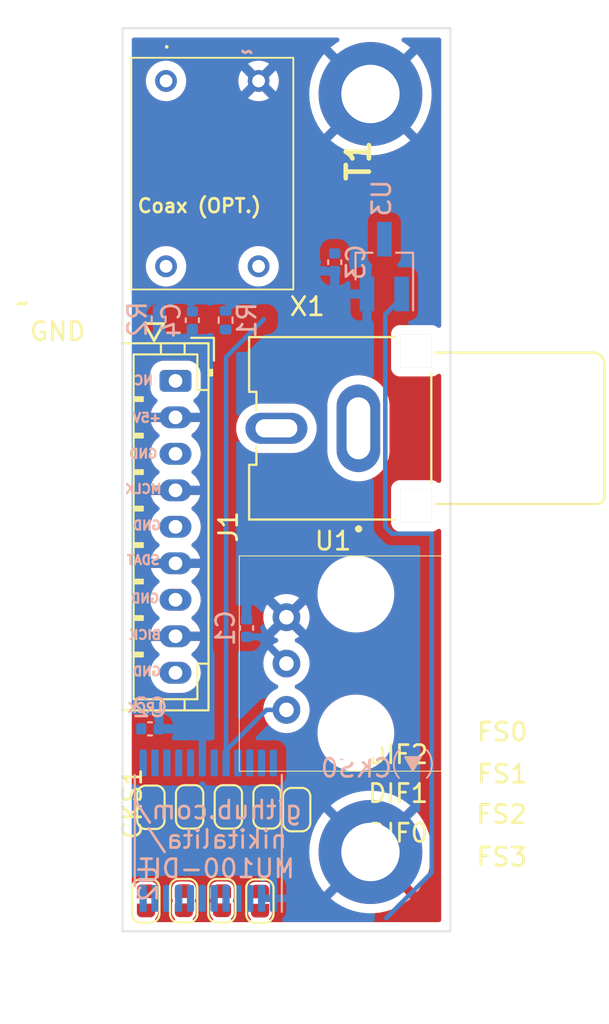
<source format=kicad_pcb>
(kicad_pcb (version 20211014) (generator pcbnew)
  (layers (0 "F.Cu" signal) (1 "In1.Cu" signal) (2 "In2.Cu" signal) (31 "B.Cu" signal) (34 "B.Paste" user) (35 "F.Paste" user) (36 "B.SilkS" user "B.Silkscreen") (37 "F.SilkS" user "F.Silkscreen") (38 "B.Mask" user) (39 "F.Mask" user) (44 "Edge.Cuts" user))
  (net 0 "")
  (net 1 "GND")
  (net 2 "+5V")
  (net 3 "/LRCK")
  (net 4 "/SDAT")
  (net 5 "/RESET")
  (net 6 "/MCLK")
  (net 7 "/FS0")
  (net 8 "/FS1")
  (net 9 "/FS2")
  (net 10 "/FS3")
  (net 11 "/TXP")
  (net 13 "/DIF0")
  (net 14 "/DIF1")
  (net 15 "/DIF2")
  (net 16 "/CKS0")
  (net 17 "/BICK")
  (net 20 "/CKS1")
  (net 22 "Net-(T1-Pad3)")
  (net 23 "Net-(C4-Pad1)")
  (net 24 "Net-(C4-Pad2)")
  (net 25 "Net-(T1-Pad4)")
  (footprint "Connector_JST:JST_PH_B9B-PH-K_1x09_P2.00mm_Vertical" (layer "F.Cu") (at 80.65 90.627 -90)
    (fp_text reference "J1" (at 8 -2.9 90) (layer "F.SilkS"))
    (fp_text value "Conn_01x9_Female")
    (fp_line (start 18.06 -1.81) (end -2.06 -1.81) (layer "F.SilkS") (width 0.12))
    (fp_line (start -0.6 -2.01) (end -0.6 -1.81) (layer "F.SilkS") (width 0.12))
    (fp_line (start -2.36 -2.11) (end -2.36 -0.86) (layer "F.SilkS") (width 0.12))
    (fp_line (start 15.5 -1.2) (end 15.5 -1.81) (layer "F.SilkS") (width 0.12))
    (fp_line (start 10.9 2.3) (end 10.9 1.8) (layer "F.SilkS") (width 0.12))
    (fp_line (start 10.9 1.8) (end 11.1 1.8) (layer "F.SilkS") (width 0.12))
    (fp_line (start 5.1 1.8) (end 5.1 2.3) (layer "F.SilkS") (width 0.12))
    (fp_line (start 0.5 -1.81) (end 0.5 -1.2) (layer "F.SilkS") (width 0.12))
    (fp_line (start 4.9 1.8) (end 5.1 1.8) (layer "F.SilkS") (width 0.12))
    (fp_line (start 5 2.3) (end 5 1.8) (layer "F.SilkS") (width 0.12))
    (fp_line (start 14.9 2.3) (end 14.9 1.8) (layer "F.SilkS") (width 0.12))
    (fp_line (start 1 2.3) (end 1 1.8) (layer "F.SilkS") (width 0.12))
    (fp_line (start 6.9 1.8) (end 7.1 1.8) (layer "F.SilkS") (width 0.12))
    (fp_line (start 15.1 1.8) (end 15.1 2.3) (layer "F.SilkS") (width 0.12))
    (fp_line (start 13.1 1.8) (end 13.1 2.3) (layer "F.SilkS") (width 0.12))
    (fp_line (start 0.5 -1.2) (end -1.45 -1.2) (layer "F.SilkS") (width 0.12))
    (fp_line (start -2.06 0.8) (end -1.45 0.8) (layer "F.SilkS") (width 0.12))
    (fp_line (start -1.45 2.3) (end 17.45 2.3) (layer "F.SilkS") (width 0.12))
    (fp_line (start 18.06 2.91) (end 18.06 -1.81) (layer "F.SilkS") (width 0.12))
    (fp_line (start -1.45 -1.2) (end -1.45 2.3) (layer "F.SilkS") (width 0.12))
    (fp_line (start 7 2.3) (end 7 1.8) (layer "F.SilkS") (width 0.12))
    (fp_line (start 3.1 1.8) (end 3.1 2.3) (layer "F.SilkS") (width 0.12))
    (fp_line (start 15 2.3) (end 15 1.8) (layer "F.SilkS") (width 0.12))
    (fp_line (start 8.9 1.8) (end 9.1 1.8) (layer "F.SilkS") (width 0.12))
    (fp_line (start 13 2.3) (end 13 1.8) (layer "F.SilkS") (width 0.12))
    (fp_line (start 14.9 1.8) (end 15.1 1.8) (layer "F.SilkS") (width 0.12))
    (fp_line (start 11 2.3) (end 11 1.8) (layer "F.SilkS") (width 0.12))
    (fp_line (start 0.9 1.8) (end 1.1 1.8) (layer "F.SilkS") (width 0.12))
    (fp_line (start 9.1 1.8) (end 9.1 2.3) (layer "F.SilkS") (width 0.12))
    (fp_line (start 11.1 1.8) (end 11.1 2.3) (layer "F.SilkS") (width 0.12))
    (fp_line (start 6.9 2.3) (end 6.9 1.8) (layer "F.SilkS") (width 0.12))
    (fp_line (start -0.3 -2.01) (end -0.6 -2.01) (layer "F.SilkS") (width 0.12))
    (fp_line (start 2.9 1.8) (end 3.1 1.8) (layer "F.SilkS") (width 0.12))
    (fp_line (start 3 2.3) (end 3 1.8) (layer "F.SilkS") (width 0.12))
    (fp_line (start 1.1 1.8) (end 1.1 2.3) (layer "F.SilkS") (width 0.12))
    (fp_line (start 4.9 2.3) (end 4.9 1.8) (layer "F.SilkS") (width 0.12))
    (fp_line (start 7.1 1.8) (end 7.1 2.3) (layer "F.SilkS") (width 0.12))
    (fp_line (start 12.9 1.8) (end 13.1 1.8) (layer "F.SilkS") (width 0.12))
    (fp_line (start 2.9 2.3) (end 2.9 1.8) (layer "F.SilkS") (width 0.12))
    (fp_line (start -1.11 -2.11) (end -2.36 -2.11) (layer "F.SilkS") (width 0.12))
    (fp_line (start 18.06 0.8) (end 17.45 0.8) (layer "F.SilkS") (width 0.12))
    (fp_line (start 17.45 -1.2) (end 15.5 -1.2) (layer "F.SilkS") (width 0.12))
    (fp_line (start 9 2.3) (end 9 1.8) (layer "F.SilkS") (width 0.12))
    (fp_line (start -0.3 -1.91) (end -0.6 -1.91) (layer "F.SilkS") (width 0.12))
    (fp_line (start 8.9 2.3) (end 8.9 1.8) (layer "F.SilkS") (width 0.12))
    (fp_line (start -2.06 -0.5) (end -1.45 -0.5) (layer "F.SilkS") (width 0.12))
    (fp_line (start -0.3 -1.81) (end -0.3 -2.01) (layer "F.SilkS") (width 0.12))
    (fp_line (start 18.06 -0.5) (end 17.45 -0.5) (layer "F.SilkS") (width 0.12))
    (fp_line (start 17.45 2.3) (end 17.45 -1.2) (layer "F.SilkS") (width 0.12))
    (fp_line (start 12.9 2.3) (end 12.9 1.8) (layer "F.SilkS") (width 0.12))
    (fp_line (start -2.06 2.91) (end 18.06 2.91) (layer "F.SilkS") (width 0.12))
    (fp_line (start -2.06 -1.81) (end -2.06 2.91) (layer "F.SilkS") (width 0.12))
    (fp_line (start 0.9 2.3) (end 0.9 1.8) (layer "F.SilkS") (width 0.12))
    (pad "1" thru_hole roundrect (at 0 0 270) (size 1.2 1.75) (drill 0.75) (layers *.Cu *.Mask) (roundrect_rratio 0.208333) (net 2 "+5V"))
    (pad "2" thru_hole oval (at 2 0 270) (size 1.2 1.75) (drill 0.75) (layers *.Cu *.Mask) (net 1 "GND"))
    (pad "3" thru_hole oval (at 4 0 270) (size 1.2 1.75) (drill 0.75) (layers *.Cu *.Mask) (net 6 "/MCLK"))
    (pad "4" thru_hole oval (at 6 0 270) (size 1.2 1.75) (drill 0.75) (layers *.Cu *.Mask) (net 1 "GND"))
    (pad "5" thru_hole oval (at 8 0 270) (size 1.2 1.75) (drill 0.75) (layers *.Cu *.Mask) (net 4 "/SDAT"))
    (pad "6" thru_hole oval (at 10 0 270) (size 1.2 1.75) (drill 0.75) (layers *.Cu *.Mask) (net 1 "GND"))
    (pad "7" thru_hole oval (at 12 0 270) (size 1.2 1.75) (drill 0.75) (layers *.Cu *.Mask) (net 17 "/BICK"))
    (pad "8" thru_hole oval (at 14 0 270) (size 1.2 1.75) (drill 0.75) (layers *.Cu *.Mask) (net 1 "GND"))
    (pad "9" thru_hole oval (at 16 0 270) (size 1.2 1.75) (drill 0.75) (layers *.Cu *.Mask) (net 3 "/LRCK"))
  )
  (footprint "MountingHole:MountingHole_3.2mm_M3_ISO7380_Pad_TopBottom" (layer "F.Cu") (at 91.35 74.902)
    (fp_text reference "H1" hide)
    (fp_text value "MountingHole_Pad")
    (pad "1" connect circle (at 0 0) (size 5.7 5.7) (layers "F.Cu" "F.Mask") (net 1 "GND"))
    (pad "1" connect circle (at 0 0) (size 5.7 5.7) (layers "B.Cu" "B.Mask") (net 1 "GND"))
    (pad "1" thru_hole circle (at 0 0) (size 3.6 3.6) (drill 3.2) (layers *.Cu *.Mask) (net 1 "GND"))
  )
  (footprint "footprints:SolderJumper-Open_RoundedPad-custom" (layer "F.Cu") (at 81.1 119.122 -90)
    (fp_text reference "JP3" hide)
    (fp_text value "Jumper_NO_Small")
    (fp_line (start -1.19 0.26) (end -1.19 -0.34) (layer "F.SilkS") (width 0.12))
    (fp_line (start -0.7 -0.75) (end 0.76 -0.75) (layer "F.SilkS") (width 0.12))
    (fp_line (start 0.7 0.75) (end -0.78 0.75) (layer "F.SilkS") (width 0.12))
    (fp_line (start 1.18706 -0.257661) (end 1.18706 0.342339) (layer "F.SilkS") (width 0.12))
    (fp_arc (start 0.779342 -0.745081) (mid 1.07706 -0.577661) (end 1.189342 -0.255081) (layer "F.SilkS") (width 0.12))
    (fp_arc (start -0.782282 0.74742) (mid -1.08 0.58) (end -1.192282 0.25742) (layer "F.SilkS") (width 0.12))
    (fp_arc (start 1.18706 0.342339) (mid 1.01964 0.640057) (end 0.69706 0.752339) (layer "F.SilkS") (width 0.12))
    (fp_arc (start -1.19 -0.34) (mid -1.02258 -0.637718) (end -0.7 -0.75) (layer "F.SilkS") (width 0.12))
    (pad "1" smd custom (at -0.65 -0.01 270) (size 0.5 0.5) (layers "F.Cu" "F.Mask") (net 2 "+5V") (options (clearance outline) (anchor rect)) (primitives (gr_circle (center 0 0.25) (end 0.25 0.25) (width 0) (fill yes)) (gr_circle (center 0 -0.25) (end 0.25 -0.25) (width 0) (fill yes)) (gr_poly (pts (xy 0.5 0.5) (xy 0 0.5) (xy 0 -0.5) (xy 0.5 -0.5)) (width 0) (fill yes))))
    (pad "2" smd custom (at 0.65 -0.01 90) (size 0.5 0.5) (layers "F.Cu" "F.Mask") (net 9 "/FS2") (options (clearance outline) (anchor rect)) (primitives (gr_circle (center 0 0.25) (end 0.25 0.25) (width 0) (fill yes)) (gr_circle (center 0 -0.25) (end 0.25 -0.25) (width 0) (fill yes)) (gr_poly (pts (xy 0.5 0.5) (xy 0 0.5) (xy 0 -0.5) (xy 0.5 -0.5)) (width 0) (fill yes))))
  )
  (footprint "RCJ-044:CUI_RCJ-044" (layer "F.Cu") (at 94.69 93.228)
    (fp_text reference "X1" (at -6.805775 -6.677905) (layer "F.SilkS") (effects (font (size 1.006465 1.006465))))
    (fp_text value "RCA")
    (fp_line (start -10 2) (end -9.6 2) (layer "F.SilkS") (width 0.127))
    (fp_line (start 0.25 -4.15) (end 8.89 -4.15) (layer "F.SilkS") (width 0.127))
    (fp_line (start -9.6 -2) (end -10 -2) (layer "F.SilkS") (width 0.127))
    (fp_line (start -10 -2) (end -10 -5) (layer "F.SilkS") (width 0.127))
    (fp_line (start -10 -5) (end -2 -5) (layer "F.SilkS") (width 0.127))
    (fp_line (start 0 3) (end 0 -3) (layer "F.SilkS") (width 0.127))
    (fp_line (start -9.6 -1) (end -9.6 -2) (layer "F.SilkS") (width 0.127))
    (fp_line (start 9.5 -3.54) (end 9.5 3.76) (layer "F.SilkS") (width 0.127))
    (fp_line (start 9.11 4.15) (end 0.25 4.15) (layer "F.SilkS") (width 0.127))
    (fp_line (start -9.6 2) (end -9.6 1) (layer "F.SilkS") (width 0.127))
    (fp_line (start -10 5) (end -10 2) (layer "F.SilkS") (width 0.127))
    (fp_line (start -10 5) (end -2 5) (layer "F.SilkS") (width 0.127))
    (fp_arc (start 9.5 3.76) (mid 9.385772 4.035772) (end 9.11 4.15) (layer "F.SilkS") (width 0.127))
    (fp_arc (start 8.89 -4.15) (mid 9.321335 -3.971335) (end 9.5 -3.54) (layer "F.SilkS") (width 0.127))
    (fp_circle (center -3.99 5.513) (end -3.89 5.513) (layer "F.SilkS") (width 0.2) (fill none))
    (fp_line (start -1.7 3.35) (end -1.7 5.15) (layer "Edge.Cuts") (width 0.01))
    (fp_line (start 0 -3.35) (end 0 -5.15) (layer "Edge.Cuts") (width 0.01))
    (fp_line (start 0 5.15) (end 0 3.35) (layer "Edge.Cuts") (width 0.01))
    (fp_line (start 0 -5.15) (end -1.7 -5.15) (layer "Edge.Cuts") (width 0.01))
    (fp_line (start -1.7 -3.35) (end 0 -3.35) (layer "Edge.Cuts") (width 0.01))
    (fp_line (start 0 3.35) (end -1.7 3.35) (layer "Edge.Cuts") (width 0.01))
    (fp_line (start -1.7 -5.15) (end -1.7 -3.35) (layer "Edge.Cuts") (width 0.01))
    (fp_line (start -1.7 5.15) (end 0 5.15) (layer "Edge.Cuts") (width 0.01))
    (pad "1" thru_hole oval (at -4 0) (size 2.4 4.8) (drill oval 1.3 3.4) (layers *.Cu *.Mask) (net 25 "Net-(T1-Pad4)"))
    (pad "2" thru_hole oval (at -8.5 0) (size 3.4 1.7) (drill oval 2.3 1) (layers *.Cu *.Mask) (net 22 "Net-(T1-Pad3)"))
  )
  (footprint "footprints:SolderJumper-Open_RoundedPad-custom" (layer "F.Cu") (at 81.425 113.977 90)
    (fp_text reference "JP9" hide)
    (fp_text value "Jumper_NO_Small")
    (fp_line (start 0.7 0.75) (end -0.78 0.75) (layer "F.SilkS") (width 0.12))
    (fp_line (start -0.7 -0.75) (end 0.76 -0.75) (layer "F.SilkS") (width 0.12))
    (fp_line (start 1.18706 -0.257661) (end 1.18706 0.342339) (layer "F.SilkS") (width 0.12))
    (fp_line (start -1.19 0.26) (end -1.19 -0.34) (layer "F.SilkS") (width 0.12))
    (fp_arc (start 1.18706 0.342339) (mid 1.01964 0.640057) (end 0.69706 0.752339) (layer "F.SilkS") (width 0.12))
    (fp_arc (start 0.779342 -0.745081) (mid 1.07706 -0.577661) (end 1.189342 -0.255081) (layer "F.SilkS") (width 0.12))
    (fp_arc (start -0.782282 0.74742) (mid -1.08 0.58) (end -1.192282 0.25742) (layer "F.SilkS") (width 0.12))
    (fp_arc (start -1.19 -0.34) (mid -1.02258 -0.637718) (end -0.7 -0.75) (layer "F.SilkS") (width 0.12))
    (pad "1" smd custom (at -0.65 -0.01 90) (size 0.5 0.5) (layers "F.Cu" "F.Mask") (net 2 "+5V") (options (clearance outline) (anchor rect)) (primitives (gr_circle (center 0 0.25) (end 0.25 0.25) (width 0) (fill yes)) (gr_circle (center 0 -0.25) (end 0.25 -0.25) (width 0) (fill yes)) (gr_poly (pts (xy 0.5 0.5) (xy 0 0.5) (xy 0 -0.5) (xy 0.5 -0.5)) (width 0) (fill yes))))
    (pad "2" smd custom (at 0.65 -0.01 270) (size 0.5 0.5) (layers "F.Cu" "F.Mask") (net 20 "/CKS1") (options (clearance outline) (anchor rect)) (primitives (gr_circle (center 0 0.25) (end 0.25 0.25) (width 0) (fill yes)) (gr_circle (center 0 -0.25) (end 0.25 -0.25) (width 0) (fill yes)) (gr_poly (pts (xy 0.5 0.5) (xy 0 0.5) (xy 0 -0.5) (xy 0.5 -0.5)) (width 0) (fill yes))))
  )
  (footprint "footprints:SolderJumper-Open_RoundedPad-custom" (layer "F.Cu") (at 83.19 119.122 -90)
    (fp_text reference "JP2" hide)
    (fp_text value "Jumper_NO_Small")
    (fp_line (start -0.7 -0.75) (end 0.76 -0.75) (layer "F.SilkS") (width 0.12))
    (fp_line (start 1.18706 -0.257661) (end 1.18706 0.342339) (layer "F.SilkS") (width 0.12))
    (fp_line (start 0.7 0.75) (end -0.78 0.75) (layer "F.SilkS") (width 0.12))
    (fp_line (start -1.19 0.26) (end -1.19 -0.34) (layer "F.SilkS") (width 0.12))
    (fp_arc (start 1.18706 0.342339) (mid 1.01964 0.640057) (end 0.69706 0.752339) (layer "F.SilkS") (width 0.12))
    (fp_arc (start -1.19 -0.34) (mid -1.02258 -0.637718) (end -0.7 -0.75) (layer "F.SilkS") (width 0.12))
    (fp_arc (start 0.779342 -0.745081) (mid 1.07706 -0.577661) (end 1.189342 -0.255081) (layer "F.SilkS") (width 0.12))
    (fp_arc (start -0.782282 0.74742) (mid -1.08 0.58) (end -1.192282 0.25742) (layer "F.SilkS") (width 0.12))
    (pad "1" smd custom (at -0.65 -0.01 270) (size 0.5 0.5) (layers "F.Cu" "F.Mask") (net 2 "+5V") (options (clearance outline) (anchor rect)) (primitives (gr_circle (center 0 0.25) (end 0.25 0.25) (width 0) (fill yes)) (gr_circle (center 0 -0.25) (end 0.25 -0.25) (width 0) (fill yes)) (gr_poly (pts (xy 0.5 0.5) (xy 0 0.5) (xy 0 -0.5) (xy 0.5 -0.5)) (width 0) (fill yes))))
    (pad "2" smd custom (at 0.65 -0.01 90) (size 0.5 0.5) (layers "F.Cu" "F.Mask") (net 8 "/FS1") (options (clearance outline) (anchor rect)) (primitives (gr_circle (center 0 0.25) (end 0.25 0.25) (width 0) (fill yes)) (gr_circle (center 0 -0.25) (end 0.25 -0.25) (width 0) (fill yes)) (gr_poly (pts (xy 0.5 0.5) (xy 0 0.5) (xy 0 -0.5) (xy 0.5 -0.5)) (width 0) (fill yes))))
  )
  (footprint "footprints:SolderJumper-Open_RoundedPad-custom" (layer "F.Cu") (at 87.3 114.127 90)
    (fp_text reference "JP7" hide)
    (fp_text value "Jumper_NO_Small")
    (fp_line (start 0.7 0.75) (end -0.78 0.75) (layer "F.SilkS") (width 0.12))
    (fp_line (start 1.18706 -0.257661) (end 1.18706 0.342339) (layer "F.SilkS") (width 0.12))
    (fp_line (start -1.19 0.26) (end -1.19 -0.34) (layer "F.SilkS") (width 0.12))
    (fp_line (start -0.7 -0.75) (end 0.76 -0.75) (layer "F.SilkS") (width 0.12))
    (fp_arc (start -0.782282 0.74742) (mid -1.08 0.58) (end -1.192282 0.25742) (layer "F.SilkS") (width 0.12))
    (fp_arc (start -1.19 -0.34) (mid -1.02258 -0.637718) (end -0.7 -0.75) (layer "F.SilkS") (width 0.12))
    (fp_arc (start 0.779342 -0.745081) (mid 1.07706 -0.577661) (end 1.189342 -0.255081) (layer "F.SilkS") (width 0.12))
    (fp_arc (start 1.18706 0.342339) (mid 1.01964 0.640057) (end 0.69706 0.752339) (layer "F.SilkS") (width 0.12))
    (pad "1" smd custom (at -0.65 -0.01 90) (size 0.5 0.5) (layers "F.Cu" "F.Mask") (net 2 "+5V") (options (clearance outline) (anchor rect)) (primitives (gr_circle (center 0 0.25) (end 0.25 0.25) (width 0) (fill yes)) (gr_circle (center 0 -0.25) (end 0.25 -0.25) (width 0) (fill yes)) (gr_poly (pts (xy 0.5 0.5) (xy 0 0.5) (xy 0 -0.5) (xy 0.5 -0.5)) (width 0) (fill yes))))
    (pad "2" smd custom (at 0.65 -0.01 270) (size 0.5 0.5) (layers "F.Cu" "F.Mask") (net 15 "/DIF2") (options (clearance outline) (anchor rect)) (primitives (gr_circle (center 0 0.25) (end 0.25 0.25) (width 0) (fill yes)) (gr_circle (center 0 -0.25) (end 0.25 -0.25) (width 0) (fill yes)) (gr_poly (pts (xy 0.5 0.5) (xy 0 0.5) (xy 0 -0.5) (xy 0.5 -0.5)) (width 0) (fill yes))))
  )
  (footprint "footprints:SolderJumper-Open_RoundedPad-custom" (layer "F.Cu") (at 85.28 119.142 -90)
    (fp_text reference "JP1" hide)
    (fp_text value "Jumper_NO_Small")
    (fp_line (start -0.7 -0.75) (end 0.76 -0.75) (layer "F.SilkS") (width 0.12))
    (fp_line (start 1.18706 -0.257661) (end 1.18706 0.342339) (layer "F.SilkS") (width 0.12))
    (fp_line (start -1.19 0.26) (end -1.19 -0.34) (layer "F.SilkS") (width 0.12))
    (fp_line (start 0.7 0.75) (end -0.78 0.75) (layer "F.SilkS") (width 0.12))
    (fp_arc (start -0.782282 0.74742) (mid -1.08 0.58) (end -1.192282 0.25742) (layer "F.SilkS") (width 0.12))
    (fp_arc (start 1.18706 0.342339) (mid 1.01964 0.640057) (end 0.69706 0.752339) (layer "F.SilkS") (width 0.12))
    (fp_arc (start -1.19 -0.34) (mid -1.02258 -0.637718) (end -0.7 -0.75) (layer "F.SilkS") (width 0.12))
    (fp_arc (start 0.779342 -0.745081) (mid 1.07706 -0.577661) (end 1.189342 -0.255081) (layer "F.SilkS") (width 0.12))
    (pad "1" smd custom (at -0.65 -0.01 270) (size 0.5 0.5) (layers "F.Cu" "F.Mask") (net 2 "+5V") (options (clearance outline) (anchor rect)) (primitives (gr_circle (center 0 0.25) (end 0.25 0.25) (width 0) (fill yes)) (gr_circle (center 0 -0.25) (end 0.25 -0.25) (width 0) (fill yes)) (gr_poly (pts (xy 0.5 0.5) (xy 0 0.5) (xy 0 -0.5) (xy 0.5 -0.5)) (width 0) (fill yes))))
    (pad "2" smd custom (at 0.65 -0.01 90) (size 0.5 0.5) (layers "F.Cu" "F.Mask") (net 7 "/FS0") (options (clearance outline) (anchor rect)) (primitives (gr_circle (center 0 0.25) (end 0.25 0.25) (width 0) (fill yes)) (gr_circle (center 0 -0.25) (end 0.25 -0.25) (width 0) (fill yes)) (gr_poly (pts (xy 0.5 0.5) (xy 0 0.5) (xy 0 -0.5) (xy 0.5 -0.5)) (width 0) (fill yes))))
  )
  (footprint "footprints:SolderJumper-Open_RoundedPad-custom" (layer "F.Cu") (at 85.675 113.977 90)
    (fp_text reference "JP6" hide)
    (fp_text value "Jumper_NO_Small")
    (fp_line (start -0.7 -0.75) (end 0.76 -0.75) (layer "F.SilkS") (width 0.12))
    (fp_line (start -1.19 0.26) (end -1.19 -0.34) (layer "F.SilkS") (width 0.12))
    (fp_line (start 1.18706 -0.257661) (end 1.18706 0.342339) (layer "F.SilkS") (width 0.12))
    (fp_line (start 0.7 0.75) (end -0.78 0.75) (layer "F.SilkS") (width 0.12))
    (fp_arc (start -1.19 -0.34) (mid -1.02258 -0.637718) (end -0.7 -0.75) (layer "F.SilkS") (width 0.12))
    (fp_arc (start 1.18706 0.342339) (mid 1.01964 0.640057) (end 0.69706 0.752339) (layer "F.SilkS") (width 0.12))
    (fp_arc (start 0.779342 -0.745081) (mid 1.07706 -0.577661) (end 1.189342 -0.255081) (layer "F.SilkS") (width 0.12))
    (fp_arc (start -0.782282 0.74742) (mid -1.08 0.58) (end -1.192282 0.25742) (layer "F.SilkS") (width 0.12))
    (pad "1" smd custom (at -0.65 -0.01 90) (size 0.5 0.5) (layers "F.Cu" "F.Mask") (net 2 "+5V") (options (clearance outline) (anchor rect)) (primitives (gr_circle (center 0 0.25) (end 0.25 0.25) (width 0) (fill yes)) (gr_circle (center 0 -0.25) (end 0.25 -0.25) (width 0) (fill yes)) (gr_poly (pts (xy 0.5 0.5) (xy 0 0.5) (xy 0 -0.5) (xy 0.5 -0.5)) (width 0) (fill yes))))
    (pad "2" smd custom (at 0.65 -0.01 270) (size 0.5 0.5) (layers "F.Cu" "F.Mask") (net 14 "/DIF1") (options (clearance outline) (anchor rect)) (primitives (gr_circle (center 0 0.25) (end 0.25 0.25) (width 0) (fill yes)) (gr_circle (center 0 -0.25) (end 0.25 -0.25) (width 0) (fill yes)) (gr_poly (pts (xy 0.5 0.5) (xy 0 0.5) (xy 0 -0.5) (xy 0.5 -0.5)) (width 0) (fill yes))))
  )
  (footprint "footprints:Toshiba_TOTX177" (layer "F.Cu") (at 89.11 102.302 -90)
    (fp_text reference "U1" (at -2.9 -0.19) (layer "F.SilkS"))
    (fp_text value "TOTX-177L")
    (fp_rect (start -2.08 -6.14) (end 9.72 4.96) (layer "F.SilkS") (width 0.05) (fill none))
    (pad "" np_thru_hole circle (at 0.01 -1.44 270) (size 3.2 3.2) (drill 3.2) (layers *.Cu *.Mask))
    (pad "" np_thru_hole circle (at 7.63 -1.44 270) (size 3.2 3.2) (drill 3.2) (layers *.Cu *.Mask))
    (pad "1" thru_hole circle (at 1.28 2.37 270) (size 1.524 1.524) (drill 0.8) (layers *.Cu *.Mask) (net 1 "GND"))
    (pad "2" thru_hole circle (at 3.82 2.37 270) (size 1.524 1.524) (drill 0.8) (layers *.Cu *.Mask) (net 2 "+5V"))
    (pad "3" thru_hole circle (at 6.36 2.37 270) (size 1.524 1.524) (drill 0.8) (layers *.Cu *.Mask) (net 11 "/TXP"))
  )
  (footprint "footprints:SolderJumper-Open_RoundedPad-custom" (layer "F.Cu") (at 79.3 114.002 -90)
    (fp_text reference "JP8" hide)
    (fp_text value "Jumper_NO_Small")
    (fp_line (start -1.19 0.26) (end -1.19 -0.34) (layer "F.SilkS") (width 0.12))
    (fp_line (start 1.18706 -0.257661) (end 1.18706 0.342339) (layer "F.SilkS") (width 0.12))
    (fp_line (start 0.7 0.75) (end -0.78 0.75) (layer "F.SilkS") (width 0.12))
    (fp_line (start -0.7 -0.75) (end 0.76 -0.75) (layer "F.SilkS") (width 0.12))
    (fp_arc (start -0.782282 0.74742) (mid -1.08 0.58) (end -1.192282 0.25742) (layer "F.SilkS") (width 0.12))
    (fp_arc (start -1.19 -0.34) (mid -1.02258 -0.637718) (end -0.7 -0.75) (layer "F.SilkS") (width 0.12))
    (fp_arc (start 0.779342 -0.745081) (mid 1.07706 -0.577661) (end 1.189342 -0.255081) (layer "F.SilkS") (width 0.12))
    (fp_arc (start 1.18706 0.342339) (mid 1.01964 0.640057) (end 0.69706 0.752339) (layer "F.SilkS") (width 0.12))
    (pad "1" smd custom (at -0.65 -0.01 270) (size 0.5 0.5) (layers "F.Cu" "F.Mask") (net 1 "GND") (options (clearance outline) (anchor rect)) (primitives (gr_circle (center 0 0.25) (end 0.25 0.25) (width 0) (fill yes)) (gr_circle (center 0 -0.25) (end 0.25 -0.25) (width 0) (fill yes)) (gr_poly (pts (xy 0.5 0.5) (xy 0 0.5) (xy 0 -0.5) (xy 0.5 -0.5)) (width 0) (fill yes))))
    (pad "2" smd custom (at 0.65 -0.01 90) (size 0.5 0.5) (layers "F.Cu" "F.Mask") (net 16 "/CKS0") (options (clearance outline) (anchor rect)) (primitives (gr_circle (center 0 0.25) (end 0.25 0.25) (width 0) (fill yes)) (gr_circle (center 0 -0.25) (end 0.25 -0.25) (width 0) (fill yes)) (gr_poly (pts (xy 0.5 0.5) (xy 0 0.5) (xy 0 -0.5) (xy 0.5 -0.5)) (width 0) (fill yes))))
  )
  (footprint "MountingHole:MountingHole_3.2mm_M3_ISO7380_Pad_TopBottom" (layer "F.Cu") (at 91.35 116.452)
    (fp_text reference "H2" hide)
    (fp_text value "MountingHole_Pad")
    (pad "1" connect circle (at 0 0) (size 5.7 5.7) (layers "B.Cu" "B.Mask") (net 1 "GND"))
    (pad "1" connect circle (at 0 0) (size 5.7 5.7) (layers "F.Cu" "F.Mask") (net 1 "GND"))
    (pad "1" thru_hole circle (at 0 0) (size 3.6 3.6) (drill 3.2) (layers *.Cu *.Mask) (net 1 "GND"))
  )
  (footprint "PE-65612NL:PE65612NL" (layer "F.Cu") (at 80.13 74.187 -90)
    (fp_text reference "T1" (at 4.365 -10.56 90) (layer "F.SilkS") (effects (font (size 1.27 1.27) (thickness 0.254))))
    (fp_text value "PE-65612NL" hide)
    (fp_line (start 11.43 -6.985) (end 11.43 1.905) (layer "F.SilkS") (width 0.1))
    (fp_line (start -1.27 1.905) (end -1.27 -6.985) (layer "F.SilkS") (width 0.1))
    (fp_line (start -1.27 -6.985) (end 11.43 -6.985) (layer "F.SilkS") (width 0.1))
    (fp_line (start -1.82 -0.04) (end -1.82 -0.04) (layer "F.SilkS") (width 0.1))
    (fp_line (start 11.43 1.905) (end -1.27 1.905) (layer "F.SilkS") (width 0.1))
    (fp_line (start -1.92 -0.04) (end -1.92 -0.04) (layer "F.SilkS") (width 0.1))
    (fp_arc (start -1.82 -0.04) (mid -1.87 0.01) (end -1.92 -0.04) (layer "F.SilkS") (width 0.1))
    (fp_arc (start -1.92 -0.04) (mid -1.87 -0.09) (end -1.82 -0.04) (layer "F.SilkS") (width 0.1))
    (pad "1" thru_hole circle (at 0 0 270) (size 1.2 1.2) (drill 0.7) (layers *.Cu *.Mask) (net 24 "Net-(C4-Pad2)"))
    (pad "2" thru_hole circle (at 0 -5.08 270) (size 1.2 1.2) (drill 0.7) (layers *.Cu *.Mask) (net 1 "GND"))
    (pad "3" thru_hole circle (at 10.16 0 270) (size 1.2 1.2) (drill 0.7) (layers *.Cu *.Mask) (net 22 "Net-(T1-Pad3)"))
    (pad "4" thru_hole circle (at 10.16 -5.08 270) (size 1.2 1.2) (drill 0.7) (layers *.Cu *.Mask) (net 25 "Net-(T1-Pad4)"))
  )
  (footprint "footprints:SolderJumper-Open_RoundedPad-custom" (layer "F.Cu") (at 83.55 113.977 90)
    (fp_text reference "JP5" hide)
    (fp_text value "Jumper_NO_Small")
    (fp_line (start -1.19 0.26) (end -1.19 -0.34) (layer "F.SilkS") (width 0.12))
    (fp_line (start 0.7 0.75) (end -0.78 0.75) (layer "F.SilkS") (width 0.12))
    (fp_line (start -0.7 -0.75) (end 0.76 -0.75) (layer "F.SilkS") (width 0.12))
    (fp_line (start 1.18706 -0.257661) (end 1.18706 0.342339) (layer "F.SilkS") (width 0.12))
    (fp_arc (start -0.782282 0.74742) (mid -1.08 0.58) (end -1.192282 0.25742) (layer "F.SilkS") (width 0.12))
    (fp_arc (start 0.779342 -0.745081) (mid 1.07706 -0.577661) (end 1.189342 -0.255081) (layer "F.SilkS") (width 0.12))
    (fp_arc (start 1.18706 0.342339) (mid 1.01964 0.640057) (end 0.69706 0.752339) (layer "F.SilkS") (width 0.12))
    (fp_arc (start -1.19 -0.34) (mid -1.02258 -0.637718) (end -0.7 -0.75) (layer "F.SilkS") (width 0.12))
    (pad "1" smd custom (at -0.65 -0.01 90) (size 0.5 0.5) (layers "F.Cu" "F.Mask") (net 2 "+5V") (options (clearance outline) (anchor rect)) (primitives (gr_circle (center 0 0.25) (end 0.25 0.25) (width 0) (fill yes)) (gr_circle (center 0 -0.25) (end 0.25 -0.25) (width 0) (fill yes)) (gr_poly (pts (xy 0.5 0.5) (xy 0 0.5) (xy 0 -0.5) (xy 0.5 -0.5)) (width 0) (fill yes))))
    (pad "2" smd custom (at 0.65 -0.01 270) (size 0.5 0.5) (layers "F.Cu" "F.Mask") (net 13 "/DIF0") (options (clearance outline) (anchor rect)) (primitives (gr_circle (center 0 0.25) (end 0.25 0.25) (width 0) (fill yes)) (gr_circle (center 0 -0.25) (end 0.25 -0.25) (width 0) (fill yes)) (gr_poly (pts (xy 0.5 0.5) (xy 0 0.5) (xy 0 -0.5) (xy 0.5 -0.5)) (width 0) (fill yes))))
  )
  (footprint "footprints:SolderJumper-Open_RoundedPad-custom" (layer "F.Cu") (at 79.02 119.132 -90)
    (fp_text reference "JP4" hide)
    (fp_text value "Jumper_NO_Small")
    (fp_line (start -1.19 0.26) (end -1.19 -0.34) (layer "F.SilkS") (width 0.12))
    (fp_line (start -0.7 -0.75) (end 0.76 -0.75) (layer "F.SilkS") (width 0.12))
    (fp_line (start 0.7 0.75) (end -0.78 0.75) (layer "F.SilkS") (width 0.12))
    (fp_line (start 1.18706 -0.257661) (end 1.18706 0.342339) (layer "F.SilkS") (width 0.12))
    (fp_arc (start -1.19 -0.34) (mid -1.02258 -0.637718) (end -0.7 -0.75) (layer "F.SilkS") (width 0.12))
    (fp_arc (start -0.782282 0.74742) (mid -1.08 0.58) (end -1.192282 0.25742) (layer "F.SilkS") (width 0.12))
    (fp_arc (start 0.779342 -0.745081) (mid 1.07706 -0.577661) (end 1.189342 -0.255081) (layer "F.SilkS") (width 0.12))
    (fp_arc (start 1.18706 0.342339) (mid 1.01964 0.640057) (end 0.69706 0.752339) (layer "F.SilkS") (width 0.12))
    (pad "1" smd custom (at -0.65 -0.01 270) (size 0.5 0.5) (layers "F.Cu" "F.Mask") (net 2 "+5V") (options (clearance outline) (anchor rect)) (primitives (gr_circle (center 0 0.25) (end 0.25 0.25) (width 0) (fill yes)) (gr_circle (center 0 -0.25) (end 0.25 -0.25) (width 0) (fill yes)) (gr_poly (pts (xy 0.5 0.5) (xy 0 0.5) (xy 0 -0.5) (xy 0.5 -0.5)) (width 0) (fill yes))))
    (pad "2" smd custom (at 0.65 -0.01 90) (size 0.5 0.5) (layers "F.Cu" "F.Mask") (net 10 "/FS3") (options (clearance outline) (anchor rect)) (primitives (gr_circle (center 0 0.25) (end 0.25 0.25) (width 0) (fill yes)) (gr_circle (center 0 -0.25) (end 0.25 -0.25) (width 0) (fill yes)) (gr_poly (pts (xy 0.5 0.5) (xy 0 0.5) (xy 0 -0.5) (xy 0.5 -0.5)) (width 0) (fill yes))))
  )
  (footprint "Capacitor_SMD:C_0402_1005Metric" (layer "B.Cu") (at 89.39 84.122 90)
    (fp_text reference "C3" (at 0 1.16 90) (layer "B.SilkS") (effects (justify mirror)))
    (fp_text value "0.1u/35V")
    (fp_line (start -0.107836 -0.36) (end 0.107836 -0.36) (layer "B.SilkS") (width 0.12))
    (fp_line (start -0.107836 0.36) (end 0.107836 0.36) (layer "B.SilkS") (width 0.12))
    (pad "1" smd roundrect (at -0.48 0 90) (size 0.56 0.62) (layers "B.Cu" "B.Paste" "B.Mask") (net 1 "GND"))
    (pad "2" smd roundrect (at 0.48 0 90) (size 0.56 0.62) (layers "B.Cu" "B.Paste" "B.Mask") (net 2 "+5V"))
  )
  (footprint "Package_SO:TSSOP-24_6.1x7.8mm_P0.65mm" (layer "B.Cu") (at 82.45 115.282 90)
    (fp_text reference "U2" (at -2.892 -3.293573 90) (layer "B.SilkS") (effects (justify mirror)))
    (fp_text value "AK4103A")
    (fp_line (start 0 -4.035) (end -3.05 -4.035) (layer "B.SilkS") (width 0.12))
    (fp_line (start 0 -4.035) (end 3.05 -4.035) (layer "B.SilkS") (width 0.12))
    (fp_line (start 0 4.035) (end 3.05 4.035) (layer "B.SilkS") (width 0.12))
    (fp_line (start 0 4.035) (end -4.45 4.035) (layer "B.SilkS") (width 0.12))
    (pad "1" smd roundrect locked (at -3.7125 3.575 90) (size 1.475 0.4) (layers "B.Cu" "B.Paste" "B.Mask") (net 1 "GND"))
    (pad "2" smd roundrect locked (at -3.7125 2.925 90) (size 1.475 0.4) (layers "B.Cu" "B.Paste" "B.Mask") (net 1 "GND"))
    (pad "3" smd roundrect locked (at -3.7125 2.275 90) (size 1.475 0.4) (layers "B.Cu" "B.Paste" "B.Mask") (net 5 "/RESET"))
    (pad "4" smd roundrect locked (at -3.7125 1.625 90) (size 1.475 0.4) (layers "B.Cu" "B.Paste" "B.Mask") (net 6 "/MCLK"))
    (pad "5" smd roundrect locked (at -3.7125 0.975 90) (size 1.475 0.4) (layers "B.Cu" "B.Paste" "B.Mask") (net 4 "/SDAT"))
    (pad "6" smd roundrect locked (at -3.7125 0.325 90) (size 1.475 0.4) (layers "B.Cu" "B.Paste" "B.Mask") (net 17 "/BICK"))
    (pad "7" smd roundrect locked (at -3.7125 -0.325 90) (size 1.475 0.4) (layers "B.Cu" "B.Paste" "B.Mask") (net 3 "/LRCK"))
    (pad "8" smd roundrect locked (at -3.7125 -0.975 90) (size 1.475 0.4) (layers "B.Cu" "B.Paste" "B.Mask") (net 7 "/FS0"))
    (pad "9" smd roundrect locked (at -3.7125 -1.625 90) (size 1.475 0.4) (layers "B.Cu" "B.Paste" "B.Mask") (net 8 "/FS1"))
    (pad "10" smd roundrect locked (at -3.7125 -2.275 90) (size 1.475 0.4) (layers "B.Cu" "B.Paste" "B.Mask") (net 9 "/FS2"))
    (pad "11" smd roundrect locked (at -3.7125 -2.925 90) (size 1.475 0.4) (layers "B.Cu" "B.Paste" "B.Mask") (net 10 "/FS3"))
    (pad "12" smd roundrect locked (at -3.7125 -3.575 90) (size 1.475 0.4) (layers "B.Cu" "B.Paste" "B.Mask") (net 1 "GND"))
    (pad "13" smd roundrect locked (at 3.7125 -3.575 90) (size 1.475 0.4) (layers "B.Cu" "B.Paste" "B.Mask"))
    (pad "14" smd roundrect locked (at 3.7125 -2.925 90) (size 1.475 0.4) (layers "B.Cu" "B.Paste" "B.Mask"))
    (pad "15" smd roundrect locked (at 3.7125 -2.275 90) (size 1.475 0.4) (layers "B.Cu" "B.Paste" "B.Mask") (net 16 "/CKS0"))
    (pad "16" smd roundrect locked (at 3.7125 -1.625 90) (size 1.475 0.4) (layers "B.Cu" "B.Paste" "B.Mask") (net 20 "/CKS1"))
    (pad "17" smd roundrect locked (at 3.7125 -0.975 90) (size 1.475 0.4) (layers "B.Cu" "B.Paste" "B.Mask") (net 2 "+5V"))
    (pad "18" smd roundrect locked (at 3.7125 -0.325 90) (size 1.475 0.4) (layers "B.Cu" "B.Paste" "B.Mask") (net 1 "GND"))
    (pad "19" smd roundrect locked (at 3.7125 0.325 90) (size 1.475 0.4) (layers "B.Cu" "B.Paste" "B.Mask"))
    (pad "20" smd roundrect locked (at 3.7125 0.975 90) (size 1.475 0.4) (layers "B.Cu" "B.Paste" "B.Mask") (net 11 "/TXP"))
    (pad "21" smd roundrect locked (at 3.7125 1.625 90) (size 1.475 0.4) (layers "B.Cu" "B.Paste" "B.Mask") (net 13 "/DIF0"))
    (pad "22" smd roundrect locked (at 3.7125 2.275 90) (size 1.475 0.4) (layers "B.Cu" "B.Paste" "B.Mask") (net 14 "/DIF1"))
    (pad "23" smd roundrect locked (at 3.7125 2.925 90) (size 1.475 0.4) (layers "B.Cu" "B.Paste" "B.Mask") (net 15 "/DIF2"))
    (pad "24" smd roundrect locked (at 3.7125 3.575 90) (size 1.475 0.4) (layers "B.Cu" "B.Paste" "B.Mask"))
  )
  (footprint "Resistor_SMD:R_0402_1005Metric" (layer "B.Cu") (at 83.4 87.302 90)
    (fp_text reference "R1" (at 0 1.17 90) (layer "B.SilkS") (effects (justify mirror)))
    (fp_text value "330")
    (fp_line (start -0.153641 0.38) (end 0.153641 0.38) (layer "B.SilkS") (width 0.12))
    (fp_line (start -0.153641 -0.38) (end 0.153641 -0.38) (layer "B.SilkS") (width 0.12))
    (pad "1" smd roundrect (at -0.51 0 90) (size 0.54 0.64) (layers "B.Cu" "B.Paste" "B.Mask") (net 11 "/TXP"))
    (pad "2" smd roundrect (at 0.51 0 90) (size 0.54 0.64) (layers "B.Cu" "B.Paste" "B.Mask") (net 23 "Net-(C4-Pad1)"))
  )
  (footprint "Capacitor_SMD:C_0402_1005Metric" (layer "B.Cu") (at 79.25 109.702 180)
    (fp_text reference "C2" (at 0 1.16) (layer "B.SilkS") (effects (justify mirror)))
    (fp_text value "0.1u/35V")
    (fp_line (start -0.107836 0.36) (end 0.107836 0.36) (layer "B.SilkS") (width 0.12))
    (fp_line (start -0.107836 -0.36) (end 0.107836 -0.36) (layer "B.SilkS") (width 0.12))
    (pad "1" smd roundrect (at -0.48 0 180) (size 0.56 0.62) (layers "B.Cu" "B.Paste" "B.Mask") (net 1 "GND"))
    (pad "2" smd roundrect (at 0.48 0 180) (size 0.56 0.62) (layers "B.Cu" "B.Paste" "B.Mask") (net 2 "+5V"))
  )
  (footprint "Package_TO_SOT_SMD:SOT-23_Handsoldering" (layer "B.Cu") (at 92.11 84.362 90)
    (fp_text reference "U3" (at 3.75 -0.15 90) (layer "B.SilkS") (effects (justify mirror)))
    (fp_text value "APX809S-46SR-7")
    (fp_line (start 0.76 -1.58) (end -0.7 -1.58) (layer "B.SilkS") (width 0.12))
    (fp_line (start 0.76 -1.58) (end 0.76 -0.65) (layer "B.SilkS") (width 0.12))
    (fp_line (start 0.76 1.58) (end 0.76 0.65) (layer "B.SilkS") (width 0.12))
    (fp_line (start 0.76 1.58) (end -2.4 1.58) (layer "B.SilkS") (width 0.12))
    (pad "1" smd rect (at -1.5 0.95 90) (size 1.9 0.8) (layers "B.Cu" "B.Paste" "B.Mask") (net 5 "/RESET"))
    (pad "2" smd rect (at -1.5 -0.95 90) (size 1.9 0.8) (layers "B.Cu" "B.Paste" "B.Mask") (net 1 "GND"))
    (pad "3" smd rect (at 1.5 0 90) (size 1.9 0.8) (layers "B.Cu" "B.Paste" "B.Mask") (net 2 "+5V"))
  )
  (footprint "Resistor_SMD:R_0402_1005Metric" (layer "B.Cu") (at 79.725 87.252 -90)
    (fp_text reference "R2" (at 0 1.17 90) (layer "B.SilkS") (effects (justify mirror)))
    (fp_text value "100")
    (fp_line (start -0.153641 0.38) (end 0.153641 0.38) (layer "B.SilkS") (width 0.12))
    (fp_line (start -0.153641 -0.38) (end 0.153641 -0.38) (layer "B.SilkS") (width 0.12))
    (pad "1" smd roundrect (at -0.51 0 270) (size 0.54 0.64) (layers "B.Cu" "B.Paste" "B.Mask") (net 1 "GND"))
    (pad "2" smd roundrect (at 0.51 0 270) (size 0.54 0.64) (layers "B.Cu" "B.Paste" "B.Mask") (net 23 "Net-(C4-Pad1)"))
  )
  (footprint "Capacitor_SMD:C_0402_1005Metric" (layer "B.Cu") (at 81.575 87.302 -90)
    (fp_text reference "C4" (at 0 1.16 -270) (layer "B.SilkS") (effects (justify mirror)))
    (fp_text value "0.1u/35V")
    (fp_line (start -0.107836 -0.36) (end 0.107836 -0.36) (layer "B.SilkS") (width 0.12))
    (fp_line (start -0.107836 0.36) (end 0.107836 0.36) (layer "B.SilkS") (width 0.12))
    (pad "1" smd roundrect (at -0.48 0 270) (size 0.56 0.62) (layers "B.Cu" "B.Paste" "B.Mask") (net 23 "Net-(C4-Pad1)"))
    (pad "2" smd roundrect (at 0.48 0 270) (size 0.56 0.62) (layers "B.Cu" "B.Paste" "B.Mask") (net 24 "Net-(C4-Pad2)"))
  )
  (footprint "Capacitor_SMD:C_0402_1005Metric" (layer "B.Cu") (at 84.55 104.177 -90)
    (fp_text reference "C1" (at 0 1.16 90) (layer "B.SilkS") (effects (justify mirror)))
    (fp_text value "0.1u/35V")
    (fp_line (start -0.107836 0.36) (end 0.107836 0.36) (layer "B.SilkS") (width 0.12))
    (fp_line (start -0.107836 -0.36) (end 0.107836 -0.36) (layer "B.SilkS") (width 0.12))
    (pad "1" smd roundrect (at -0.48 0 270) (size 0.56 0.62) (layers "B.Cu" "B.Paste" "B.Mask") (net 1 "GND"))
    (pad "2" smd roundrect (at 0.48 0 270) (size 0.56 0.62) (layers "B.Cu" "B.Paste" "B.Mask") (net 2 "+5V"))
  )
  (gr_line (start 79.995 87.487) (end 79.475 88.417) (layer "F.SilkS") (width 0.15))
  (gr_line (start 79.995 87.487) (end 78.955 87.487) (layer "F.SilkS") (width 0.15))
  (gr_line (start 78.955 87.492) (end 79.475 88.422) (layer "F.SilkS") (width 0.15))
  (gr_rect (start 77.74 71.302) (end 95.74 120.802) (layer "Edge.Cuts") (width 0.1) (fill none))
  (gr_text "GND" (at 78.88 94.622) (layer "B.SilkS") (effects (font (size 0.5 0.5)) (justify mirror)))
  (gr_text "GND" (at 79.08 106.552) (layer "B.SilkS") (effects (font (size 0.5 0.5)) (justify mirror)))
  (gr_text "LRCK" (at 78.98 108.552) (layer "B.SilkS") (effects (font (size 0.5 0.5)) (justify mirror)))
  (gr_text "CKS0" (at 90.58 111.852) (layer "B.SilkS") (effects (font (size 1 1)) (justify mirror)))
  (gr_text "(▼)" (at 93.68 111.552) (layer "B.SilkS") (effects (font (size 1 1) (thickness 0.1)) (justify mirror)))
  (gr_text "~" (at 84.59 72.62 180) (layer "B.SilkS") (effects (font (size 1 1)) (justify mirror)))
  (gr_text "MCLK" (at 78.88 96.552) (layer "B.SilkS") (effects (font (size 0.5 0.5)) (justify mirror)))
  (gr_text "BICK" (at 78.98 104.552) (layer "B.SilkS") (effects (font (size 0.5 0.5)) (justify mirror)))
  (gr_text "GND" (at 78.98 102.552) (layer "B.SilkS") (effects (font (size 0.5 0.5)) (justify mirror)))
  (gr_text "GND" (at 79.08 98.552) (layer "B.SilkS") (effects (font (size 0.5 0.5)) (justify mirror)))
  (gr_text "github.com/\nnikitalita/\nMU100-DIT" (at 82.93 115.752) (layer "B.SilkS") (effects (font (size 1 1)) (justify mirror)))
  (gr_text "SDAT" (at 78.88 100.452) (layer "B.SilkS") (effects (font (size 0.5 0.5)) (justify mirror)))
  (gr_text "+5V" (at 79.08 92.652) (layer "B.SilkS") (effects (font (size 0.5 0.5)) (justify mirror)))
  (gr_text "NC" (at 78.89 90.6) (layer "B.SilkS") (effects (font (size 0.5 0.5) (thickness 0.125)) (justify mirror)))
  (gr_text "GND" (at 74.18 87.922) (layer "F.SilkS") (effects (font (size 1 1))))
  (gr_text "Coax (OPT.)" (at 81.96 81.032) (layer "F.SilkS") (effects (font (size 0.75 0.75))))
  (gr_text "DIF0" (at 92.87 115.414661) (layer "F.SilkS") (effects (font (size 1 1))))
  (gr_text "DIF2" (at 92.87 111.109661) (layer "F.SilkS") (effects (font (size 1 1))))
  (gr_text " ~" (at 71.88 86.362) (layer "F.SilkS") (effects (font (size 1 1))))
  (gr_text "FS2" (at 98.549524 114.384661) (layer "F.SilkS") (effects (font (size 1 1))))
  (gr_text "FS0" (at 98.589524 109.874661) (layer "F.SilkS") (effects (font (size 1 1))))
  (gr_text "DIF1" (at 92.87 113.239661) (layer "F.SilkS") (effects (font (size 1 1))))
  (gr_text "FS3" (at 98.559524 116.724661) (layer "F.SilkS") (effects (font (size 1 1))))
  (gr_text "CKS1" (at 78.28 113.812 90) (layer "F.SilkS") (effects (font (size 1 1))))
  (gr_text "FS1" (at 98.589524 112.174661) (layer "F.SilkS") (effects (font (size 1 1))))
  (segment (start 82.53 109.502) (end 82.125 109.907) (width 0.4) (layer "B.Cu") (net 1))
  (segment (start 82.125 109.907) (end 82.125 111.5695) (width 0.4) (layer "B.Cu") (net 1))
  (segment (start 84.55 104.657) (end 85.275 104.657) (width 0.4) (layer "B.Cu") (net 2))
  (segment (start 85.275 104.657) (end 86.74 106.122) (width 0.4) (layer "B.Cu") (net 2))
  (segment (start 94.71548 99.00252) (end 94.71548 117.575958) (width 0.25) (layer "B.Cu") (net 5))
  (segment (start 92.78 86.362) (end 92.16548 86.97652) (width 0.25) (layer "B.Cu") (net 5))
  (segment (start 92.16548 98.636684) (end 92.531316 99.00252) (width 0.25) (layer "B.Cu") (net 5))
  (segment (start 94.71548 117.575958) (end 92.219438 120.072) (width 0.25) (layer "B.Cu") (net 5))
  (segment (start 92.16548 86.97652) (end 92.16548 98.636684) (width 0.25) (layer "B.Cu") (net 5))
  (segment (start 92.531316 99.00252) (end 94.71548 99.00252) (width 0.25) (layer "B.Cu") (net 5))
  (segment (start 83.425 110.881639) (end 85.644639 108.662) (width 0.25) (layer "B.Cu") (net 11))
  (segment (start 83.425 111.5695) (end 83.425 89.322) (width 0.25) (layer "B.Cu") (net 11))
  (segment (start 83.425 111.5695) (end 83.325 111.4695) (width 0.25) (layer "B.Cu") (net 11))
  (segment (start 85.644639 108.662) (end 86.74 108.662) (width 0.25) (layer "B.Cu") (net 11))
  (segment (start 83.425 89.322) (end 85.495 87.252) (width 0.25) (layer "B.Cu") (net 11))
  (segment (start 83.425 111.5695) (end 83.425 110.881639) (width 0.25) (layer "B.Cu") (net 11))
  (zone (net 1) (net_name "GND") (layer "F.Cu") (connect_pads (clearance 0.508)) (min_thickness 0.254) (fill yes (thermal_gap 0.508) (thermal_bridge_width 0.508))
    (polygon (pts (xy 95.616 121.274) (xy 77.7215 121.274) (xy 77.7215 69.75) (xy 95.616 69.75)))
  )
  (zone (net 1) (net_name "GND") (layer "B.Cu") (connect_pads (clearance 0.508)) (min_thickness 0.254) (fill yes (thermal_gap 0.508) (thermal_bridge_width 0.508))
    (polygon (pts (xy 95.349352 69.785) (xy 77.657384 69.785) (xy 77.655614 121.289047) (xy 95.347582 121.270244)))
  )
)
</source>
